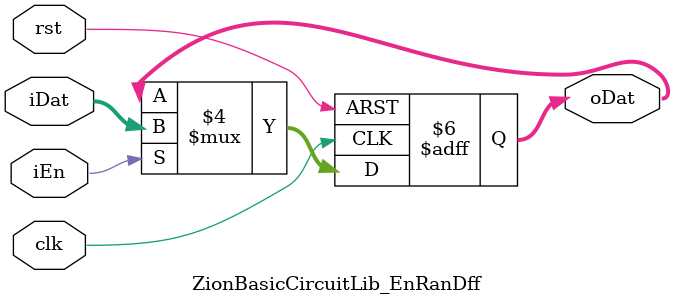
<source format=sv>

`ifndef Disable_ZionBasicCircuitLib_EnRanDff
`ifdef ZionBasicCircuitLib_EnRanDff
  `__DefErr__(ZionBasicCircuitLib_EnRanDff)
`else
  `define ZionBasicCircuitLib_EnRanDff(UnitName,clk_MT,rst_MT,iEn_MT,iDat_MT,oDat_MT,INI_DATA_MT='0)\
ZionBasicCircuitLib_EnRanDff  #(.WIDTH_IN($bits(iDat_MT)),    \
                                  .WIDTH_OUT($bits(oDat_MT)), \
                                  .INI_DATA(INI_DATA_MT))     \
                                UnitName(                     \
                                  .clk(clk_MT),               \
                                  .rst(rst_MT),               \
                                  .iEn(iEn_MT),               \
                                  .iDat(iDat_MT),             \
                                  .oDat(oDat_MT)              \
                                )
`endif

module ZionBasicCircuitLib_EnRanDff
#(WIDTH_IN  = "_", //$bits(iDat)// width of input data
  WIDTH_OUT = "_", //$bits(oDat)// width of output data
  INI_DATA  = '0   //'0         // initial value for reset 
)(
  input                        clk,rst,
  input                        iEn,  // active high
  input        [WIDTH_IN -1:0] iDat,
  output logic [WIDTH_OUT-1:0] oDat
);

  always_ff@(posedge clk, negedge rst) begin
    if(!rst)
      oDat <= INI_DATA;
    else begin
      if(iEn)
        oDat <= iDat;
    end
  end

  // parameter check
  initial begin
    if(WIDTH_IN != WIDTH_OUT) begin
      $error("Parameter Error: Dff IO width mismatch!!");
      `ifdef CHECK_ERR_EXIT
        $finish;
      `endif
    end
  end

endmodule: ZionBasicCircuitLib_EnRanDff
`endif
</source>
